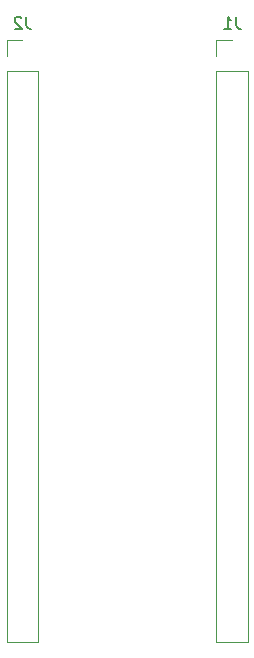
<source format=gbr>
%TF.GenerationSoftware,KiCad,Pcbnew,9.0.0*%
%TF.CreationDate,2025-04-08T23:38:32-04:00*%
%TF.ProjectId,pideck,70696465-636b-42e6-9b69-6361645f7063,rev?*%
%TF.SameCoordinates,Original*%
%TF.FileFunction,Legend,Bot*%
%TF.FilePolarity,Positive*%
%FSLAX46Y46*%
G04 Gerber Fmt 4.6, Leading zero omitted, Abs format (unit mm)*
G04 Created by KiCad (PCBNEW 9.0.0) date 2025-04-08 23:38:32*
%MOMM*%
%LPD*%
G01*
G04 APERTURE LIST*
%ADD10C,0.150000*%
%ADD11C,0.120000*%
G04 APERTURE END LIST*
D10*
X144833333Y-72484819D02*
X144833333Y-73199104D01*
X144833333Y-73199104D02*
X144880952Y-73341961D01*
X144880952Y-73341961D02*
X144976190Y-73437200D01*
X144976190Y-73437200D02*
X145119047Y-73484819D01*
X145119047Y-73484819D02*
X145214285Y-73484819D01*
X143833333Y-73484819D02*
X144404761Y-73484819D01*
X144119047Y-73484819D02*
X144119047Y-72484819D01*
X144119047Y-72484819D02*
X144214285Y-72627676D01*
X144214285Y-72627676D02*
X144309523Y-72722914D01*
X144309523Y-72722914D02*
X144404761Y-72770533D01*
X127083333Y-72484819D02*
X127083333Y-73199104D01*
X127083333Y-73199104D02*
X127130952Y-73341961D01*
X127130952Y-73341961D02*
X127226190Y-73437200D01*
X127226190Y-73437200D02*
X127369047Y-73484819D01*
X127369047Y-73484819D02*
X127464285Y-73484819D01*
X126654761Y-72580057D02*
X126607142Y-72532438D01*
X126607142Y-72532438D02*
X126511904Y-72484819D01*
X126511904Y-72484819D02*
X126273809Y-72484819D01*
X126273809Y-72484819D02*
X126178571Y-72532438D01*
X126178571Y-72532438D02*
X126130952Y-72580057D01*
X126130952Y-72580057D02*
X126083333Y-72675295D01*
X126083333Y-72675295D02*
X126083333Y-72770533D01*
X126083333Y-72770533D02*
X126130952Y-72913390D01*
X126130952Y-72913390D02*
X126702380Y-73484819D01*
X126702380Y-73484819D02*
X126083333Y-73484819D01*
D11*
%TO.C,J1*%
X143170000Y-74470000D02*
X143170000Y-75800000D01*
X143170000Y-77070000D02*
X143170000Y-125390000D01*
X144500000Y-74470000D02*
X143170000Y-74470000D01*
X145830000Y-77070000D02*
X143170000Y-77070000D01*
X145830000Y-77070000D02*
X145830000Y-125390000D01*
X145830000Y-125390000D02*
X143170000Y-125390000D01*
%TO.C,J2*%
X125420000Y-74470000D02*
X125420000Y-75800000D01*
X125420000Y-77070000D02*
X125420000Y-125390000D01*
X126750000Y-74470000D02*
X125420000Y-74470000D01*
X128080000Y-77070000D02*
X125420000Y-77070000D01*
X128080000Y-77070000D02*
X128080000Y-125390000D01*
X128080000Y-125390000D02*
X125420000Y-125390000D01*
%TD*%
M02*

</source>
